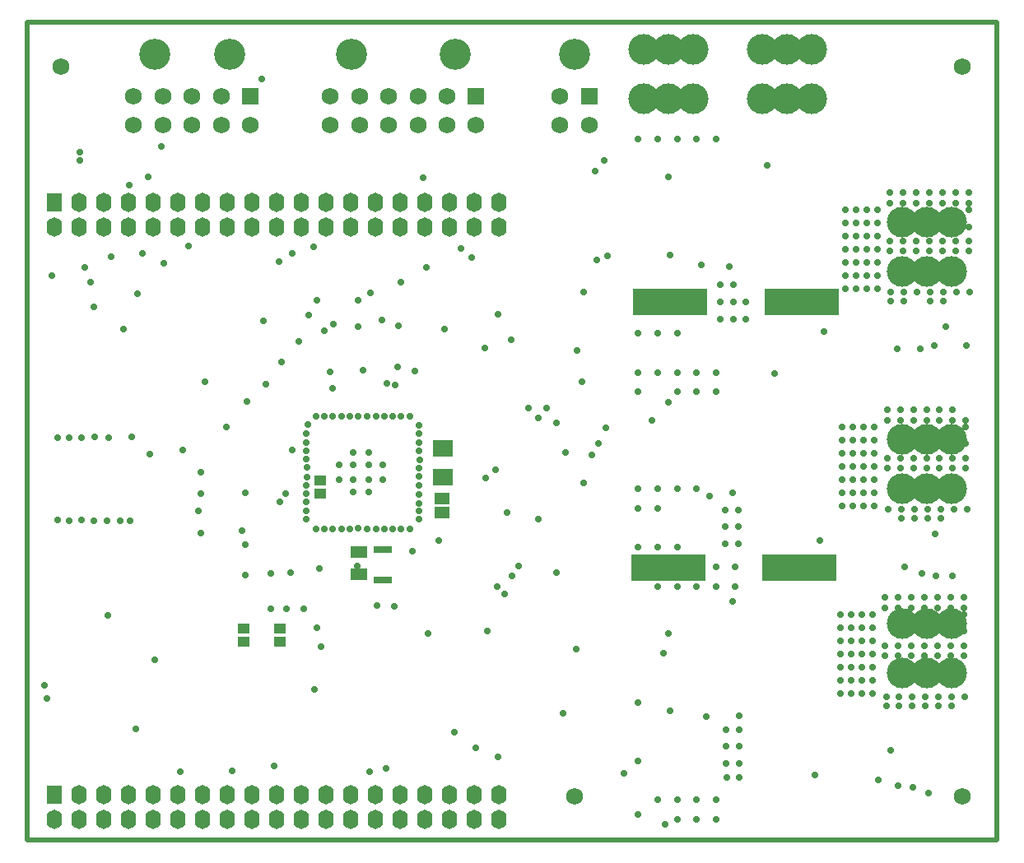
<source format=gbs>
G04*
G04 #@! TF.GenerationSoftware,Altium Limited,Altium Designer,19.1.8 (144)*
G04*
G04 Layer_Color=16711935*
%FSLAX25Y25*%
%MOIN*%
G70*
G01*
G75*
%ADD13C,0.01000*%
%ADD14C,0.01968*%
%ADD73R,0.04540X0.03950*%
%ADD84R,0.06115X0.05131*%
%ADD93C,0.12414*%
%ADD94C,0.06800*%
%ADD95R,0.06633X0.06633*%
%ADD96C,0.06824*%
%ADD97C,0.12611*%
%ADD98R,0.06300X0.07800*%
%ADD99O,0.06300X0.07800*%
%ADD100C,0.02769*%
%ADD115R,0.07493X0.02965*%
%ADD116R,0.06902X0.04540*%
%ADD117R,0.08280X0.06902*%
%ADD118R,0.30328X0.10642*%
D13*
X28000Y456642D02*
X28051Y456693D01*
D14*
X420866Y125500D02*
Y456626D01*
X28051Y456693D02*
X420933D01*
X28000Y449500D02*
Y456642D01*
X28000Y125500D02*
X420866Y125500D01*
X28000Y449500D02*
X28000Y125500D01*
D73*
X130315Y206004D02*
D03*
Y211319D02*
D03*
X146850Y265846D02*
D03*
Y271161D02*
D03*
X115748Y206004D02*
D03*
Y211319D02*
D03*
D84*
X196063Y258268D02*
D03*
Y263779D02*
D03*
D93*
X392520Y213150D02*
D03*
Y193150D02*
D03*
X402520D02*
D03*
X382520D02*
D03*
Y213150D02*
D03*
X402520D02*
D03*
X392520Y287953D02*
D03*
Y267953D02*
D03*
X402520D02*
D03*
X382520D02*
D03*
Y287953D02*
D03*
X402520D02*
D03*
X392520Y375748D02*
D03*
Y355748D02*
D03*
X402520D02*
D03*
X382520D02*
D03*
Y375748D02*
D03*
X402520D02*
D03*
X287795Y445827D02*
D03*
Y425827D02*
D03*
X297795D02*
D03*
X277795D02*
D03*
Y445827D02*
D03*
X297795D02*
D03*
X335827D02*
D03*
Y425827D02*
D03*
X345827D02*
D03*
X325827D02*
D03*
Y445827D02*
D03*
X345827D02*
D03*
D94*
X41732Y438976D02*
D03*
X406693Y143307D02*
D03*
X249804D02*
D03*
X406693Y438976D02*
D03*
D95*
X255710Y426894D02*
D03*
X209941D02*
D03*
X118504D02*
D03*
D96*
X255710Y415083D02*
D03*
X243898Y426894D02*
D03*
Y415083D02*
D03*
X150885D02*
D03*
X209941D02*
D03*
X150885Y426894D02*
D03*
X162696Y415083D02*
D03*
X198130D02*
D03*
X162696Y426894D02*
D03*
X198130D02*
D03*
X174507Y415083D02*
D03*
Y426894D02*
D03*
X186319Y415083D02*
D03*
Y426894D02*
D03*
X106693D02*
D03*
Y415083D02*
D03*
X94882Y426894D02*
D03*
X83071D02*
D03*
X94882Y415083D02*
D03*
X83071D02*
D03*
X71260Y426894D02*
D03*
X118504Y415083D02*
D03*
X71260D02*
D03*
D97*
X249804Y443902D02*
D03*
X159350D02*
D03*
X201476D02*
D03*
X110039D02*
D03*
X79725D02*
D03*
D98*
X39075Y143760D02*
D03*
Y383760D02*
D03*
D99*
X49075D02*
D03*
X59075D02*
D03*
X69075D02*
D03*
X79075D02*
D03*
X89075D02*
D03*
X99075D02*
D03*
X109075D02*
D03*
X119075D02*
D03*
X129075D02*
D03*
X139075D02*
D03*
X149075D02*
D03*
X159075D02*
D03*
X169075D02*
D03*
X179075D02*
D03*
X189075D02*
D03*
X199075D02*
D03*
X209075D02*
D03*
X219075D02*
D03*
X39075Y373760D02*
D03*
X49075D02*
D03*
X59075D02*
D03*
X69075D02*
D03*
X79075D02*
D03*
X89075D02*
D03*
X99075D02*
D03*
X109075D02*
D03*
X119075D02*
D03*
X129075D02*
D03*
X139075D02*
D03*
X149075D02*
D03*
X159075D02*
D03*
X169075D02*
D03*
X179075D02*
D03*
X189075D02*
D03*
X199075D02*
D03*
X209075D02*
D03*
X219075D02*
D03*
X49075Y143760D02*
D03*
X59075D02*
D03*
X69075D02*
D03*
X79075D02*
D03*
X89075D02*
D03*
X99075D02*
D03*
X109075D02*
D03*
X119075D02*
D03*
X129075D02*
D03*
X139075D02*
D03*
X149075D02*
D03*
X159075D02*
D03*
X169075D02*
D03*
X179075D02*
D03*
X189075D02*
D03*
X199075D02*
D03*
X209075D02*
D03*
X219075D02*
D03*
X39075Y133760D02*
D03*
X49075D02*
D03*
X59075D02*
D03*
X69075D02*
D03*
X79075D02*
D03*
X89075D02*
D03*
X99075D02*
D03*
X109075D02*
D03*
X119075D02*
D03*
X129075D02*
D03*
X139075D02*
D03*
X149075D02*
D03*
X159075D02*
D03*
X169075D02*
D03*
X179075D02*
D03*
X189075D02*
D03*
X199075D02*
D03*
X209075D02*
D03*
X219075D02*
D03*
D100*
X194882Y246850D02*
D03*
X217717Y275590D02*
D03*
X222441Y258268D02*
D03*
X285827Y201181D02*
D03*
X176772Y220079D02*
D03*
X310827Y259252D02*
D03*
X275590Y259842D02*
D03*
X391535Y223819D02*
D03*
X386221D02*
D03*
X380906D02*
D03*
X375590D02*
D03*
X407480Y216929D02*
D03*
Y223819D02*
D03*
Y210039D02*
D03*
X402165Y223819D02*
D03*
X396850D02*
D03*
X391535D02*
D03*
Y219488D02*
D03*
X396850D02*
D03*
X402165D02*
D03*
X407480D02*
D03*
X375590D02*
D03*
X380906D02*
D03*
X386221D02*
D03*
X391535D02*
D03*
Y204134D02*
D03*
X396850D02*
D03*
X402165D02*
D03*
X407480D02*
D03*
X375590D02*
D03*
X380906D02*
D03*
X386221D02*
D03*
X391535D02*
D03*
Y200197D02*
D03*
X396850D02*
D03*
X402165D02*
D03*
X407480D02*
D03*
X375590D02*
D03*
X380906D02*
D03*
X386221D02*
D03*
X391535D02*
D03*
X391929Y183661D02*
D03*
X397244D02*
D03*
X402559D02*
D03*
X407874D02*
D03*
X375984D02*
D03*
X381299D02*
D03*
X386614D02*
D03*
X391929D02*
D03*
Y179724D02*
D03*
X397244D02*
D03*
X402559D02*
D03*
X375984D02*
D03*
X381299D02*
D03*
X386614D02*
D03*
X391929D02*
D03*
X370472Y200787D02*
D03*
Y206102D02*
D03*
Y211417D02*
D03*
Y216732D02*
D03*
Y184843D02*
D03*
Y190157D02*
D03*
Y195472D02*
D03*
Y200787D02*
D03*
X366142D02*
D03*
Y206102D02*
D03*
Y211417D02*
D03*
Y216732D02*
D03*
Y184843D02*
D03*
Y190157D02*
D03*
Y195472D02*
D03*
Y200787D02*
D03*
X361811D02*
D03*
Y206102D02*
D03*
Y211417D02*
D03*
Y216732D02*
D03*
Y184843D02*
D03*
Y190157D02*
D03*
Y195472D02*
D03*
Y200787D02*
D03*
X357480D02*
D03*
Y206102D02*
D03*
Y211417D02*
D03*
Y216732D02*
D03*
Y184843D02*
D03*
Y190157D02*
D03*
Y195472D02*
D03*
Y200787D02*
D03*
X392323Y299803D02*
D03*
X387008D02*
D03*
X381693D02*
D03*
X376378D02*
D03*
X408268Y292913D02*
D03*
Y286024D02*
D03*
X402953Y299803D02*
D03*
X397638D02*
D03*
X392323D02*
D03*
Y295472D02*
D03*
X397638D02*
D03*
X402953D02*
D03*
X408268D02*
D03*
X376378D02*
D03*
X381693D02*
D03*
X387008D02*
D03*
X392323D02*
D03*
Y280118D02*
D03*
X397638D02*
D03*
X402953D02*
D03*
X408268D02*
D03*
X376378D02*
D03*
X381693D02*
D03*
X387008D02*
D03*
X392323D02*
D03*
Y276181D02*
D03*
X397638D02*
D03*
X402953D02*
D03*
X408268D02*
D03*
X376378D02*
D03*
X381693D02*
D03*
X387008D02*
D03*
X392323D02*
D03*
X392717Y259646D02*
D03*
X398031D02*
D03*
X403346D02*
D03*
X408661D02*
D03*
X376772D02*
D03*
X382087D02*
D03*
X387402D02*
D03*
X392717D02*
D03*
X398031Y255709D02*
D03*
X382087D02*
D03*
X387402D02*
D03*
X392717D02*
D03*
X371260Y276772D02*
D03*
Y282087D02*
D03*
Y287402D02*
D03*
Y292717D02*
D03*
Y260827D02*
D03*
Y266142D02*
D03*
Y271457D02*
D03*
Y276772D02*
D03*
X366929D02*
D03*
Y282087D02*
D03*
Y287402D02*
D03*
Y292717D02*
D03*
Y260827D02*
D03*
Y266142D02*
D03*
Y271457D02*
D03*
Y276772D02*
D03*
X362598D02*
D03*
Y282087D02*
D03*
Y287402D02*
D03*
Y292717D02*
D03*
Y260827D02*
D03*
Y266142D02*
D03*
Y271457D02*
D03*
Y276772D02*
D03*
X358268D02*
D03*
Y282087D02*
D03*
Y287402D02*
D03*
Y292717D02*
D03*
Y260827D02*
D03*
Y266142D02*
D03*
Y271457D02*
D03*
Y276772D02*
D03*
X359449Y364764D02*
D03*
Y359449D02*
D03*
Y354134D02*
D03*
Y348819D02*
D03*
Y380709D02*
D03*
Y375394D02*
D03*
Y370079D02*
D03*
Y364764D02*
D03*
X363779D02*
D03*
Y359449D02*
D03*
Y354134D02*
D03*
Y348819D02*
D03*
Y380709D02*
D03*
Y375394D02*
D03*
Y370079D02*
D03*
Y364764D02*
D03*
X368110D02*
D03*
Y359449D02*
D03*
Y354134D02*
D03*
Y348819D02*
D03*
Y380709D02*
D03*
Y375394D02*
D03*
Y370079D02*
D03*
Y364764D02*
D03*
X372441D02*
D03*
Y359449D02*
D03*
Y354134D02*
D03*
Y348819D02*
D03*
Y380709D02*
D03*
Y375394D02*
D03*
Y370079D02*
D03*
Y364764D02*
D03*
X393898Y343701D02*
D03*
X383268D02*
D03*
X377953D02*
D03*
X399213D02*
D03*
X393898D02*
D03*
Y347638D02*
D03*
X388583D02*
D03*
X383268D02*
D03*
X377953D02*
D03*
X409842D02*
D03*
X404528D02*
D03*
X399213D02*
D03*
X393898D02*
D03*
X393504Y364173D02*
D03*
X388189D02*
D03*
X382874D02*
D03*
X377559D02*
D03*
X409449D02*
D03*
X404134D02*
D03*
X398819D02*
D03*
X393504D02*
D03*
Y368110D02*
D03*
X388189D02*
D03*
X382874D02*
D03*
X377559D02*
D03*
X409449D02*
D03*
X404134D02*
D03*
X398819D02*
D03*
X393504D02*
D03*
Y383465D02*
D03*
X388189D02*
D03*
X382874D02*
D03*
X377559D02*
D03*
X409449D02*
D03*
X404134D02*
D03*
X398819D02*
D03*
X393504D02*
D03*
Y387795D02*
D03*
X398819D02*
D03*
X404134D02*
D03*
X409449Y374016D02*
D03*
Y387795D02*
D03*
Y380906D02*
D03*
X377559Y387795D02*
D03*
X382874D02*
D03*
X388189D02*
D03*
X393504D02*
D03*
X142126Y338189D02*
D03*
X319291Y336614D02*
D03*
X400000Y333465D02*
D03*
X349213Y246850D02*
D03*
X311417Y150787D02*
D03*
X350787Y331496D02*
D03*
X347244Y151969D02*
D03*
X311221Y163386D02*
D03*
Y156496D02*
D03*
X316535Y163386D02*
D03*
Y170276D02*
D03*
Y156496D02*
D03*
X311221Y170276D02*
D03*
X310827Y252362D02*
D03*
Y245472D02*
D03*
X316142Y252362D02*
D03*
Y259252D02*
D03*
Y245472D02*
D03*
X308661Y350394D02*
D03*
X313976Y336614D02*
D03*
Y350394D02*
D03*
Y343504D02*
D03*
X319291D02*
D03*
X308661Y336614D02*
D03*
Y343504D02*
D03*
X330709Y314567D02*
D03*
X287943Y394094D02*
D03*
X288583Y362598D02*
D03*
X301279Y358465D02*
D03*
X316535Y175984D02*
D03*
X303150Y175591D02*
D03*
X245276Y176772D02*
D03*
X250394Y202756D02*
D03*
X288583Y177953D02*
D03*
X377952Y161811D02*
D03*
X287795Y209055D02*
D03*
X313779Y222047D02*
D03*
X287795Y302756D02*
D03*
X281102Y295669D02*
D03*
X304331Y264961D02*
D03*
X253543Y270079D02*
D03*
X256673Y281516D02*
D03*
X259449Y286221D02*
D03*
X262598Y292520D02*
D03*
X246063Y282677D02*
D03*
X252756Y311024D02*
D03*
X313779Y266142D02*
D03*
X395669Y249606D02*
D03*
X402756Y232677D02*
D03*
X275590Y181102D02*
D03*
X283465Y267717D02*
D03*
X307087Y228346D02*
D03*
Y307087D02*
D03*
Y314961D02*
D03*
X299213Y133858D02*
D03*
Y228346D02*
D03*
X275590Y330709D02*
D03*
X283465Y314961D02*
D03*
X275590Y244094D02*
D03*
X291339Y314961D02*
D03*
X299213Y141732D02*
D03*
X291339Y307087D02*
D03*
X283465Y141732D02*
D03*
X275590Y409449D02*
D03*
X307087Y141732D02*
D03*
X299213Y267717D02*
D03*
X291339Y409449D02*
D03*
X283465D02*
D03*
X307087Y236220D02*
D03*
X299213Y307087D02*
D03*
X291339Y267717D02*
D03*
X283465Y228346D02*
D03*
X291339D02*
D03*
X275590Y157480D02*
D03*
X291339Y133858D02*
D03*
Y141732D02*
D03*
X299213Y314961D02*
D03*
X283465Y259842D02*
D03*
X299213Y409449D02*
D03*
X283465Y244094D02*
D03*
X275590Y307087D02*
D03*
X291339Y330709D02*
D03*
X275590Y267717D02*
D03*
X283465Y330709D02*
D03*
X314961Y236220D02*
D03*
X307087Y133858D02*
D03*
X291339Y244094D02*
D03*
X307087Y409449D02*
D03*
X314961Y228346D02*
D03*
X275590Y314961D02*
D03*
X312598Y357874D02*
D03*
X253543Y347638D02*
D03*
X250787Y324016D02*
D03*
X327953Y398819D02*
D03*
X258268Y396457D02*
D03*
X261811Y400787D02*
D03*
X258661Y360630D02*
D03*
X262992Y362205D02*
D03*
X408317Y325935D02*
D03*
X380315Y324410D02*
D03*
X235138Y255413D02*
D03*
X214567Y210236D02*
D03*
X227165Y236614D02*
D03*
X147244Y203740D02*
D03*
X184252Y242520D02*
D03*
X126772Y219291D02*
D03*
X126673Y233366D02*
D03*
X179614Y297342D02*
D03*
X176189D02*
D03*
X172764D02*
D03*
X186909Y276082D02*
D03*
X187007Y279527D02*
D03*
X177165Y309842D02*
D03*
X183039Y297342D02*
D03*
X169339D02*
D03*
X165913D02*
D03*
X162205D02*
D03*
X224016Y328346D02*
D03*
X151969Y308661D02*
D03*
X171653Y336221D02*
D03*
X178347Y333858D02*
D03*
X162205Y333465D02*
D03*
X185039Y315354D02*
D03*
X213386Y324803D02*
D03*
X231102Y300394D02*
D03*
X242618Y294488D02*
D03*
X82579Y406398D02*
D03*
X36122Y182874D02*
D03*
X35039Y188189D02*
D03*
X201083Y169095D02*
D03*
X144390Y186516D02*
D03*
X72146Y170374D02*
D03*
X49508Y404331D02*
D03*
X166740Y153157D02*
D03*
X173622Y154429D02*
D03*
X133274Y219302D02*
D03*
X141217Y279780D02*
D03*
X135335Y283366D02*
D03*
X178248Y317028D02*
D03*
X173819Y310630D02*
D03*
X141641Y293813D02*
D03*
X55610Y288976D02*
D03*
X65847Y254823D02*
D03*
X50199Y255131D02*
D03*
X40356Y255032D02*
D03*
X132880Y265859D02*
D03*
X190453Y209154D02*
D03*
X218406Y228346D02*
D03*
X221358Y225098D02*
D03*
X150787Y315256D02*
D03*
X186902Y269220D02*
D03*
Y265402D02*
D03*
X186803Y272744D02*
D03*
X186902Y283205D02*
D03*
Y261976D02*
D03*
Y258945D02*
D03*
X161909Y236417D02*
D03*
X144193Y365748D02*
D03*
X188484Y393799D02*
D03*
X77264Y394094D02*
D03*
X49606Y400689D02*
D03*
X69390Y390846D02*
D03*
X74705Y363090D02*
D03*
X224311Y232579D02*
D03*
X197146Y332677D02*
D03*
X242323Y233957D02*
D03*
X238583Y300394D02*
D03*
X235138Y296555D02*
D03*
X145374Y211516D02*
D03*
X162106Y344094D02*
D03*
X145472Y344193D02*
D03*
X218799Y338583D02*
D03*
X130413Y262402D02*
D03*
X134646Y233760D02*
D03*
X203642Y365158D02*
D03*
X135630Y363090D02*
D03*
X123228Y433760D02*
D03*
X179626Y351378D02*
D03*
X38287Y354232D02*
D03*
X208071Y361417D02*
D03*
X130217Y359744D02*
D03*
X128150Y155610D02*
D03*
X123917Y335728D02*
D03*
X116437Y245177D02*
D03*
X79921Y198622D02*
D03*
X77953Y281988D02*
D03*
X111122Y153543D02*
D03*
X90059Y153051D02*
D03*
X167028Y347244D02*
D03*
X72736Y346850D02*
D03*
X93602Y366240D02*
D03*
X62205Y361910D02*
D03*
X67126Y332677D02*
D03*
X60925Y216535D02*
D03*
X55118Y341535D02*
D03*
X218898Y159055D02*
D03*
X209842Y162992D02*
D03*
X53937Y351575D02*
D03*
X83465Y359055D02*
D03*
X51575Y357480D02*
D03*
X189764Y357480D02*
D03*
X45276Y254921D02*
D03*
X55118D02*
D03*
X60500Y254791D02*
D03*
X69882Y254921D02*
D03*
X70500Y288752D02*
D03*
X61024Y288583D02*
D03*
X50197Y288386D02*
D03*
X45276D02*
D03*
X40354D02*
D03*
X91043Y283465D02*
D03*
X164173Y315846D02*
D03*
X116500Y232909D02*
D03*
X140157Y219291D02*
D03*
X146358Y235630D02*
D03*
X169685Y220472D02*
D03*
X213779Y272047D02*
D03*
X108858Y292913D02*
D03*
X117000Y303024D02*
D03*
X116500Y266106D02*
D03*
X115157Y250984D02*
D03*
X98425Y250000D02*
D03*
X97441Y258858D02*
D03*
X98425Y265748D02*
D03*
Y274606D02*
D03*
X100079Y311024D02*
D03*
X131102Y319291D02*
D03*
X152264Y334646D02*
D03*
X148327Y331693D02*
D03*
X138189Y327362D02*
D03*
X124902Y310039D02*
D03*
X145079Y251658D02*
D03*
X141217Y255520D02*
D03*
Y258945D02*
D03*
Y262370D02*
D03*
Y265795D02*
D03*
Y269220D02*
D03*
X141417Y272646D02*
D03*
X141316Y276354D02*
D03*
X141217Y283205D02*
D03*
Y286630D02*
D03*
Y290055D02*
D03*
X145079Y297342D02*
D03*
X148504D02*
D03*
X151929D02*
D03*
X155354D02*
D03*
X158780D02*
D03*
X186902Y293480D02*
D03*
Y290055D02*
D03*
Y286630D02*
D03*
Y255520D02*
D03*
X183071Y251673D02*
D03*
X179614Y251658D02*
D03*
X176189D02*
D03*
X172764D02*
D03*
X169339D02*
D03*
X165913D02*
D03*
X162205Y251757D02*
D03*
X158760Y251575D02*
D03*
X155354Y251658D02*
D03*
X151929D02*
D03*
X148504D02*
D03*
X316535Y150787D02*
D03*
X286417Y131890D02*
D03*
X269685Y152559D02*
D03*
X275590Y135827D02*
D03*
X393256Y144665D02*
D03*
X386752Y146878D02*
D03*
X380858Y147594D02*
D03*
X372862Y149874D02*
D03*
X395504Y325933D02*
D03*
X389772Y324646D02*
D03*
X396153Y232634D02*
D03*
X390390Y233421D02*
D03*
X383354Y236051D02*
D03*
X160228Y266429D02*
D03*
X166409D02*
D03*
X160228Y271587D02*
D03*
Y277413D02*
D03*
Y282571D02*
D03*
X154508Y271587D02*
D03*
Y277413D02*
D03*
X166409Y271587D02*
D03*
Y277413D02*
D03*
Y282571D02*
D03*
X172130Y277413D02*
D03*
Y271587D02*
D03*
D115*
X172047Y230915D02*
D03*
Y243317D02*
D03*
D116*
X162547Y242317D02*
D03*
Y233065D02*
D03*
D117*
X196457Y272539D02*
D03*
Y284154D02*
D03*
D118*
X287795Y235827D02*
D03*
X340945D02*
D03*
X288500Y343500D02*
D03*
X341650D02*
D03*
M02*

</source>
